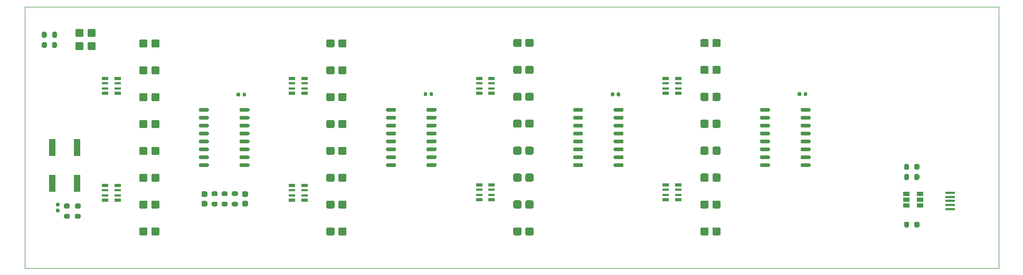
<source format=gbr>
%TF.GenerationSoftware,KiCad,Pcbnew,5.1.9-73d0e3b20d~88~ubuntu20.04.1*%
%TF.CreationDate,2021-03-03T11:26:58+04:00*%
%TF.ProjectId,interface_board,696e7465-7266-4616-9365-5f626f617264,rev?*%
%TF.SameCoordinates,Original*%
%TF.FileFunction,Paste,Top*%
%TF.FilePolarity,Positive*%
%FSLAX46Y46*%
G04 Gerber Fmt 4.6, Leading zero omitted, Abs format (unit mm)*
G04 Created by KiCad (PCBNEW 5.1.9-73d0e3b20d~88~ubuntu20.04.1) date 2021-03-03 11:26:58*
%MOMM*%
%LPD*%
G01*
G04 APERTURE LIST*
%TA.AperFunction,Profile*%
%ADD10C,0.050000*%
%TD*%
%TA.AperFunction,Profile*%
%ADD11C,0.100000*%
%TD*%
%ADD12R,1.500000X0.450000*%
%ADD13R,1.000000X0.500000*%
%ADD14R,1.000000X0.400000*%
%ADD15R,1.000000X2.750000*%
%ADD16R,1.060000X0.650000*%
G04 APERTURE END LIST*
D10*
X222900000Y-88100000D02*
X66700000Y-88100000D01*
D11*
X222900000Y-46100000D02*
X222900000Y-88100000D01*
X66700000Y-88100000D02*
X66700000Y-46100000D01*
X66700000Y-46100000D02*
X222900000Y-46100000D01*
%TO.C,D32*%
G36*
G01*
X177000000Y-82600000D02*
X177000000Y-81800000D01*
G75*
G02*
X177250000Y-81550000I250000J0D01*
G01*
X178075000Y-81550000D01*
G75*
G02*
X178325000Y-81800000I0J-250000D01*
G01*
X178325000Y-82600000D01*
G75*
G02*
X178075000Y-82850000I-250000J0D01*
G01*
X177250000Y-82850000D01*
G75*
G02*
X177000000Y-82600000I0J250000D01*
G01*
G37*
G36*
G01*
X175075000Y-82600000D02*
X175075000Y-81800000D01*
G75*
G02*
X175325000Y-81550000I250000J0D01*
G01*
X176150000Y-81550000D01*
G75*
G02*
X176400000Y-81800000I0J-250000D01*
G01*
X176400000Y-82600000D01*
G75*
G02*
X176150000Y-82850000I-250000J0D01*
G01*
X175325000Y-82850000D01*
G75*
G02*
X175075000Y-82600000I0J250000D01*
G01*
G37*
%TD*%
%TO.C,D31*%
G36*
G01*
X177000000Y-78274652D02*
X177000000Y-77474652D01*
G75*
G02*
X177250000Y-77224652I250000J0D01*
G01*
X178075000Y-77224652D01*
G75*
G02*
X178325000Y-77474652I0J-250000D01*
G01*
X178325000Y-78274652D01*
G75*
G02*
X178075000Y-78524652I-250000J0D01*
G01*
X177250000Y-78524652D01*
G75*
G02*
X177000000Y-78274652I0J250000D01*
G01*
G37*
G36*
G01*
X175075000Y-78274652D02*
X175075000Y-77474652D01*
G75*
G02*
X175325000Y-77224652I250000J0D01*
G01*
X176150000Y-77224652D01*
G75*
G02*
X176400000Y-77474652I0J-250000D01*
G01*
X176400000Y-78274652D01*
G75*
G02*
X176150000Y-78524652I-250000J0D01*
G01*
X175325000Y-78524652D01*
G75*
G02*
X175075000Y-78274652I0J250000D01*
G01*
G37*
%TD*%
%TO.C,D30*%
G36*
G01*
X177000000Y-73949306D02*
X177000000Y-73149306D01*
G75*
G02*
X177250000Y-72899306I250000J0D01*
G01*
X178075000Y-72899306D01*
G75*
G02*
X178325000Y-73149306I0J-250000D01*
G01*
X178325000Y-73949306D01*
G75*
G02*
X178075000Y-74199306I-250000J0D01*
G01*
X177250000Y-74199306D01*
G75*
G02*
X177000000Y-73949306I0J250000D01*
G01*
G37*
G36*
G01*
X175075000Y-73949306D02*
X175075000Y-73149306D01*
G75*
G02*
X175325000Y-72899306I250000J0D01*
G01*
X176150000Y-72899306D01*
G75*
G02*
X176400000Y-73149306I0J-250000D01*
G01*
X176400000Y-73949306D01*
G75*
G02*
X176150000Y-74199306I-250000J0D01*
G01*
X175325000Y-74199306D01*
G75*
G02*
X175075000Y-73949306I0J250000D01*
G01*
G37*
%TD*%
%TO.C,D29*%
G36*
G01*
X177000000Y-69623960D02*
X177000000Y-68823960D01*
G75*
G02*
X177250000Y-68573960I250000J0D01*
G01*
X178075000Y-68573960D01*
G75*
G02*
X178325000Y-68823960I0J-250000D01*
G01*
X178325000Y-69623960D01*
G75*
G02*
X178075000Y-69873960I-250000J0D01*
G01*
X177250000Y-69873960D01*
G75*
G02*
X177000000Y-69623960I0J250000D01*
G01*
G37*
G36*
G01*
X175075000Y-69623960D02*
X175075000Y-68823960D01*
G75*
G02*
X175325000Y-68573960I250000J0D01*
G01*
X176150000Y-68573960D01*
G75*
G02*
X176400000Y-68823960I0J-250000D01*
G01*
X176400000Y-69623960D01*
G75*
G02*
X176150000Y-69873960I-250000J0D01*
G01*
X175325000Y-69873960D01*
G75*
G02*
X175075000Y-69623960I0J250000D01*
G01*
G37*
%TD*%
%TO.C,D28*%
G36*
G01*
X177000000Y-65298614D02*
X177000000Y-64498614D01*
G75*
G02*
X177250000Y-64248614I250000J0D01*
G01*
X178075000Y-64248614D01*
G75*
G02*
X178325000Y-64498614I0J-250000D01*
G01*
X178325000Y-65298614D01*
G75*
G02*
X178075000Y-65548614I-250000J0D01*
G01*
X177250000Y-65548614D01*
G75*
G02*
X177000000Y-65298614I0J250000D01*
G01*
G37*
G36*
G01*
X175075000Y-65298614D02*
X175075000Y-64498614D01*
G75*
G02*
X175325000Y-64248614I250000J0D01*
G01*
X176150000Y-64248614D01*
G75*
G02*
X176400000Y-64498614I0J-250000D01*
G01*
X176400000Y-65298614D01*
G75*
G02*
X176150000Y-65548614I-250000J0D01*
G01*
X175325000Y-65548614D01*
G75*
G02*
X175075000Y-65298614I0J250000D01*
G01*
G37*
%TD*%
%TO.C,D27*%
G36*
G01*
X177000000Y-60973268D02*
X177000000Y-60173268D01*
G75*
G02*
X177250000Y-59923268I250000J0D01*
G01*
X178075000Y-59923268D01*
G75*
G02*
X178325000Y-60173268I0J-250000D01*
G01*
X178325000Y-60973268D01*
G75*
G02*
X178075000Y-61223268I-250000J0D01*
G01*
X177250000Y-61223268D01*
G75*
G02*
X177000000Y-60973268I0J250000D01*
G01*
G37*
G36*
G01*
X175075000Y-60973268D02*
X175075000Y-60173268D01*
G75*
G02*
X175325000Y-59923268I250000J0D01*
G01*
X176150000Y-59923268D01*
G75*
G02*
X176400000Y-60173268I0J-250000D01*
G01*
X176400000Y-60973268D01*
G75*
G02*
X176150000Y-61223268I-250000J0D01*
G01*
X175325000Y-61223268D01*
G75*
G02*
X175075000Y-60973268I0J250000D01*
G01*
G37*
%TD*%
%TO.C,D26*%
G36*
G01*
X177000000Y-56647922D02*
X177000000Y-55847922D01*
G75*
G02*
X177250000Y-55597922I250000J0D01*
G01*
X178075000Y-55597922D01*
G75*
G02*
X178325000Y-55847922I0J-250000D01*
G01*
X178325000Y-56647922D01*
G75*
G02*
X178075000Y-56897922I-250000J0D01*
G01*
X177250000Y-56897922D01*
G75*
G02*
X177000000Y-56647922I0J250000D01*
G01*
G37*
G36*
G01*
X175075000Y-56647922D02*
X175075000Y-55847922D01*
G75*
G02*
X175325000Y-55597922I250000J0D01*
G01*
X176150000Y-55597922D01*
G75*
G02*
X176400000Y-55847922I0J-250000D01*
G01*
X176400000Y-56647922D01*
G75*
G02*
X176150000Y-56897922I-250000J0D01*
G01*
X175325000Y-56897922D01*
G75*
G02*
X175075000Y-56647922I0J250000D01*
G01*
G37*
%TD*%
%TO.C,D25*%
G36*
G01*
X177000000Y-52322576D02*
X177000000Y-51522576D01*
G75*
G02*
X177250000Y-51272576I250000J0D01*
G01*
X178075000Y-51272576D01*
G75*
G02*
X178325000Y-51522576I0J-250000D01*
G01*
X178325000Y-52322576D01*
G75*
G02*
X178075000Y-52572576I-250000J0D01*
G01*
X177250000Y-52572576D01*
G75*
G02*
X177000000Y-52322576I0J250000D01*
G01*
G37*
G36*
G01*
X175075000Y-52322576D02*
X175075000Y-51522576D01*
G75*
G02*
X175325000Y-51272576I250000J0D01*
G01*
X176150000Y-51272576D01*
G75*
G02*
X176400000Y-51522576I0J-250000D01*
G01*
X176400000Y-52322576D01*
G75*
G02*
X176150000Y-52572576I-250000J0D01*
G01*
X175325000Y-52572576D01*
G75*
G02*
X175075000Y-52322576I0J250000D01*
G01*
G37*
%TD*%
%TO.C,D24*%
G36*
G01*
X147000000Y-82600000D02*
X147000000Y-81800000D01*
G75*
G02*
X147250000Y-81550000I250000J0D01*
G01*
X148075000Y-81550000D01*
G75*
G02*
X148325000Y-81800000I0J-250000D01*
G01*
X148325000Y-82600000D01*
G75*
G02*
X148075000Y-82850000I-250000J0D01*
G01*
X147250000Y-82850000D01*
G75*
G02*
X147000000Y-82600000I0J250000D01*
G01*
G37*
G36*
G01*
X145075000Y-82600000D02*
X145075000Y-81800000D01*
G75*
G02*
X145325000Y-81550000I250000J0D01*
G01*
X146150000Y-81550000D01*
G75*
G02*
X146400000Y-81800000I0J-250000D01*
G01*
X146400000Y-82600000D01*
G75*
G02*
X146150000Y-82850000I-250000J0D01*
G01*
X145325000Y-82850000D01*
G75*
G02*
X145075000Y-82600000I0J250000D01*
G01*
G37*
%TD*%
%TO.C,D23*%
G36*
G01*
X147000000Y-78271426D02*
X147000000Y-77471426D01*
G75*
G02*
X147250000Y-77221426I250000J0D01*
G01*
X148075000Y-77221426D01*
G75*
G02*
X148325000Y-77471426I0J-250000D01*
G01*
X148325000Y-78271426D01*
G75*
G02*
X148075000Y-78521426I-250000J0D01*
G01*
X147250000Y-78521426D01*
G75*
G02*
X147000000Y-78271426I0J250000D01*
G01*
G37*
G36*
G01*
X145075000Y-78271426D02*
X145075000Y-77471426D01*
G75*
G02*
X145325000Y-77221426I250000J0D01*
G01*
X146150000Y-77221426D01*
G75*
G02*
X146400000Y-77471426I0J-250000D01*
G01*
X146400000Y-78271426D01*
G75*
G02*
X146150000Y-78521426I-250000J0D01*
G01*
X145325000Y-78521426D01*
G75*
G02*
X145075000Y-78271426I0J250000D01*
G01*
G37*
%TD*%
%TO.C,D22*%
G36*
G01*
X147000000Y-73942855D02*
X147000000Y-73142855D01*
G75*
G02*
X147250000Y-72892855I250000J0D01*
G01*
X148075000Y-72892855D01*
G75*
G02*
X148325000Y-73142855I0J-250000D01*
G01*
X148325000Y-73942855D01*
G75*
G02*
X148075000Y-74192855I-250000J0D01*
G01*
X147250000Y-74192855D01*
G75*
G02*
X147000000Y-73942855I0J250000D01*
G01*
G37*
G36*
G01*
X145075000Y-73942855D02*
X145075000Y-73142855D01*
G75*
G02*
X145325000Y-72892855I250000J0D01*
G01*
X146150000Y-72892855D01*
G75*
G02*
X146400000Y-73142855I0J-250000D01*
G01*
X146400000Y-73942855D01*
G75*
G02*
X146150000Y-74192855I-250000J0D01*
G01*
X145325000Y-74192855D01*
G75*
G02*
X145075000Y-73942855I0J250000D01*
G01*
G37*
%TD*%
%TO.C,D21*%
G36*
G01*
X147000000Y-69614284D02*
X147000000Y-68814284D01*
G75*
G02*
X147250000Y-68564284I250000J0D01*
G01*
X148075000Y-68564284D01*
G75*
G02*
X148325000Y-68814284I0J-250000D01*
G01*
X148325000Y-69614284D01*
G75*
G02*
X148075000Y-69864284I-250000J0D01*
G01*
X147250000Y-69864284D01*
G75*
G02*
X147000000Y-69614284I0J250000D01*
G01*
G37*
G36*
G01*
X145075000Y-69614284D02*
X145075000Y-68814284D01*
G75*
G02*
X145325000Y-68564284I250000J0D01*
G01*
X146150000Y-68564284D01*
G75*
G02*
X146400000Y-68814284I0J-250000D01*
G01*
X146400000Y-69614284D01*
G75*
G02*
X146150000Y-69864284I-250000J0D01*
G01*
X145325000Y-69864284D01*
G75*
G02*
X145075000Y-69614284I0J250000D01*
G01*
G37*
%TD*%
%TO.C,D20*%
G36*
G01*
X147000000Y-65285713D02*
X147000000Y-64485713D01*
G75*
G02*
X147250000Y-64235713I250000J0D01*
G01*
X148075000Y-64235713D01*
G75*
G02*
X148325000Y-64485713I0J-250000D01*
G01*
X148325000Y-65285713D01*
G75*
G02*
X148075000Y-65535713I-250000J0D01*
G01*
X147250000Y-65535713D01*
G75*
G02*
X147000000Y-65285713I0J250000D01*
G01*
G37*
G36*
G01*
X145075000Y-65285713D02*
X145075000Y-64485713D01*
G75*
G02*
X145325000Y-64235713I250000J0D01*
G01*
X146150000Y-64235713D01*
G75*
G02*
X146400000Y-64485713I0J-250000D01*
G01*
X146400000Y-65285713D01*
G75*
G02*
X146150000Y-65535713I-250000J0D01*
G01*
X145325000Y-65535713D01*
G75*
G02*
X145075000Y-65285713I0J250000D01*
G01*
G37*
%TD*%
%TO.C,D19*%
G36*
G01*
X147000000Y-60957142D02*
X147000000Y-60157142D01*
G75*
G02*
X147250000Y-59907142I250000J0D01*
G01*
X148075000Y-59907142D01*
G75*
G02*
X148325000Y-60157142I0J-250000D01*
G01*
X148325000Y-60957142D01*
G75*
G02*
X148075000Y-61207142I-250000J0D01*
G01*
X147250000Y-61207142D01*
G75*
G02*
X147000000Y-60957142I0J250000D01*
G01*
G37*
G36*
G01*
X145075000Y-60957142D02*
X145075000Y-60157142D01*
G75*
G02*
X145325000Y-59907142I250000J0D01*
G01*
X146150000Y-59907142D01*
G75*
G02*
X146400000Y-60157142I0J-250000D01*
G01*
X146400000Y-60957142D01*
G75*
G02*
X146150000Y-61207142I-250000J0D01*
G01*
X145325000Y-61207142D01*
G75*
G02*
X145075000Y-60957142I0J250000D01*
G01*
G37*
%TD*%
%TO.C,D18*%
G36*
G01*
X147000000Y-56628571D02*
X147000000Y-55828571D01*
G75*
G02*
X147250000Y-55578571I250000J0D01*
G01*
X148075000Y-55578571D01*
G75*
G02*
X148325000Y-55828571I0J-250000D01*
G01*
X148325000Y-56628571D01*
G75*
G02*
X148075000Y-56878571I-250000J0D01*
G01*
X147250000Y-56878571D01*
G75*
G02*
X147000000Y-56628571I0J250000D01*
G01*
G37*
G36*
G01*
X145075000Y-56628571D02*
X145075000Y-55828571D01*
G75*
G02*
X145325000Y-55578571I250000J0D01*
G01*
X146150000Y-55578571D01*
G75*
G02*
X146400000Y-55828571I0J-250000D01*
G01*
X146400000Y-56628571D01*
G75*
G02*
X146150000Y-56878571I-250000J0D01*
G01*
X145325000Y-56878571D01*
G75*
G02*
X145075000Y-56628571I0J250000D01*
G01*
G37*
%TD*%
%TO.C,D17*%
G36*
G01*
X147000000Y-52300000D02*
X147000000Y-51500000D01*
G75*
G02*
X147250000Y-51250000I250000J0D01*
G01*
X148075000Y-51250000D01*
G75*
G02*
X148325000Y-51500000I0J-250000D01*
G01*
X148325000Y-52300000D01*
G75*
G02*
X148075000Y-52550000I-250000J0D01*
G01*
X147250000Y-52550000D01*
G75*
G02*
X147000000Y-52300000I0J250000D01*
G01*
G37*
G36*
G01*
X145075000Y-52300000D02*
X145075000Y-51500000D01*
G75*
G02*
X145325000Y-51250000I250000J0D01*
G01*
X146150000Y-51250000D01*
G75*
G02*
X146400000Y-51500000I0J-250000D01*
G01*
X146400000Y-52300000D01*
G75*
G02*
X146150000Y-52550000I-250000J0D01*
G01*
X145325000Y-52550000D01*
G75*
G02*
X145075000Y-52300000I0J250000D01*
G01*
G37*
%TD*%
%TO.C,D16*%
G36*
G01*
X117000000Y-82600000D02*
X117000000Y-81800000D01*
G75*
G02*
X117250000Y-81550000I250000J0D01*
G01*
X118075000Y-81550000D01*
G75*
G02*
X118325000Y-81800000I0J-250000D01*
G01*
X118325000Y-82600000D01*
G75*
G02*
X118075000Y-82850000I-250000J0D01*
G01*
X117250000Y-82850000D01*
G75*
G02*
X117000000Y-82600000I0J250000D01*
G01*
G37*
G36*
G01*
X115075000Y-82600000D02*
X115075000Y-81800000D01*
G75*
G02*
X115325000Y-81550000I250000J0D01*
G01*
X116150000Y-81550000D01*
G75*
G02*
X116400000Y-81800000I0J-250000D01*
G01*
X116400000Y-82600000D01*
G75*
G02*
X116150000Y-82850000I-250000J0D01*
G01*
X115325000Y-82850000D01*
G75*
G02*
X115075000Y-82600000I0J250000D01*
G01*
G37*
%TD*%
%TO.C,D15*%
G36*
G01*
X117000000Y-78282024D02*
X117000000Y-77482024D01*
G75*
G02*
X117250000Y-77232024I250000J0D01*
G01*
X118075000Y-77232024D01*
G75*
G02*
X118325000Y-77482024I0J-250000D01*
G01*
X118325000Y-78282024D01*
G75*
G02*
X118075000Y-78532024I-250000J0D01*
G01*
X117250000Y-78532024D01*
G75*
G02*
X117000000Y-78282024I0J250000D01*
G01*
G37*
G36*
G01*
X115075000Y-78282024D02*
X115075000Y-77482024D01*
G75*
G02*
X115325000Y-77232024I250000J0D01*
G01*
X116150000Y-77232024D01*
G75*
G02*
X116400000Y-77482024I0J-250000D01*
G01*
X116400000Y-78282024D01*
G75*
G02*
X116150000Y-78532024I-250000J0D01*
G01*
X115325000Y-78532024D01*
G75*
G02*
X115075000Y-78282024I0J250000D01*
G01*
G37*
%TD*%
%TO.C,D14*%
G36*
G01*
X117000000Y-73964052D02*
X117000000Y-73164052D01*
G75*
G02*
X117250000Y-72914052I250000J0D01*
G01*
X118075000Y-72914052D01*
G75*
G02*
X118325000Y-73164052I0J-250000D01*
G01*
X118325000Y-73964052D01*
G75*
G02*
X118075000Y-74214052I-250000J0D01*
G01*
X117250000Y-74214052D01*
G75*
G02*
X117000000Y-73964052I0J250000D01*
G01*
G37*
G36*
G01*
X115075000Y-73964052D02*
X115075000Y-73164052D01*
G75*
G02*
X115325000Y-72914052I250000J0D01*
G01*
X116150000Y-72914052D01*
G75*
G02*
X116400000Y-73164052I0J-250000D01*
G01*
X116400000Y-73964052D01*
G75*
G02*
X116150000Y-74214052I-250000J0D01*
G01*
X115325000Y-74214052D01*
G75*
G02*
X115075000Y-73964052I0J250000D01*
G01*
G37*
%TD*%
%TO.C,D13*%
G36*
G01*
X117000000Y-69646080D02*
X117000000Y-68846080D01*
G75*
G02*
X117250000Y-68596080I250000J0D01*
G01*
X118075000Y-68596080D01*
G75*
G02*
X118325000Y-68846080I0J-250000D01*
G01*
X118325000Y-69646080D01*
G75*
G02*
X118075000Y-69896080I-250000J0D01*
G01*
X117250000Y-69896080D01*
G75*
G02*
X117000000Y-69646080I0J250000D01*
G01*
G37*
G36*
G01*
X115075000Y-69646080D02*
X115075000Y-68846080D01*
G75*
G02*
X115325000Y-68596080I250000J0D01*
G01*
X116150000Y-68596080D01*
G75*
G02*
X116400000Y-68846080I0J-250000D01*
G01*
X116400000Y-69646080D01*
G75*
G02*
X116150000Y-69896080I-250000J0D01*
G01*
X115325000Y-69896080D01*
G75*
G02*
X115075000Y-69646080I0J250000D01*
G01*
G37*
%TD*%
%TO.C,D12*%
G36*
G01*
X117000000Y-65328108D02*
X117000000Y-64528108D01*
G75*
G02*
X117250000Y-64278108I250000J0D01*
G01*
X118075000Y-64278108D01*
G75*
G02*
X118325000Y-64528108I0J-250000D01*
G01*
X118325000Y-65328108D01*
G75*
G02*
X118075000Y-65578108I-250000J0D01*
G01*
X117250000Y-65578108D01*
G75*
G02*
X117000000Y-65328108I0J250000D01*
G01*
G37*
G36*
G01*
X115075000Y-65328108D02*
X115075000Y-64528108D01*
G75*
G02*
X115325000Y-64278108I250000J0D01*
G01*
X116150000Y-64278108D01*
G75*
G02*
X116400000Y-64528108I0J-250000D01*
G01*
X116400000Y-65328108D01*
G75*
G02*
X116150000Y-65578108I-250000J0D01*
G01*
X115325000Y-65578108D01*
G75*
G02*
X115075000Y-65328108I0J250000D01*
G01*
G37*
%TD*%
%TO.C,D11*%
G36*
G01*
X117000000Y-61010136D02*
X117000000Y-60210136D01*
G75*
G02*
X117250000Y-59960136I250000J0D01*
G01*
X118075000Y-59960136D01*
G75*
G02*
X118325000Y-60210136I0J-250000D01*
G01*
X118325000Y-61010136D01*
G75*
G02*
X118075000Y-61260136I-250000J0D01*
G01*
X117250000Y-61260136D01*
G75*
G02*
X117000000Y-61010136I0J250000D01*
G01*
G37*
G36*
G01*
X115075000Y-61010136D02*
X115075000Y-60210136D01*
G75*
G02*
X115325000Y-59960136I250000J0D01*
G01*
X116150000Y-59960136D01*
G75*
G02*
X116400000Y-60210136I0J-250000D01*
G01*
X116400000Y-61010136D01*
G75*
G02*
X116150000Y-61260136I-250000J0D01*
G01*
X115325000Y-61260136D01*
G75*
G02*
X115075000Y-61010136I0J250000D01*
G01*
G37*
%TD*%
%TO.C,D10*%
G36*
G01*
X117000000Y-56692164D02*
X117000000Y-55892164D01*
G75*
G02*
X117250000Y-55642164I250000J0D01*
G01*
X118075000Y-55642164D01*
G75*
G02*
X118325000Y-55892164I0J-250000D01*
G01*
X118325000Y-56692164D01*
G75*
G02*
X118075000Y-56942164I-250000J0D01*
G01*
X117250000Y-56942164D01*
G75*
G02*
X117000000Y-56692164I0J250000D01*
G01*
G37*
G36*
G01*
X115075000Y-56692164D02*
X115075000Y-55892164D01*
G75*
G02*
X115325000Y-55642164I250000J0D01*
G01*
X116150000Y-55642164D01*
G75*
G02*
X116400000Y-55892164I0J-250000D01*
G01*
X116400000Y-56692164D01*
G75*
G02*
X116150000Y-56942164I-250000J0D01*
G01*
X115325000Y-56942164D01*
G75*
G02*
X115075000Y-56692164I0J250000D01*
G01*
G37*
%TD*%
%TO.C,D9*%
G36*
G01*
X117000000Y-52374192D02*
X117000000Y-51574192D01*
G75*
G02*
X117250000Y-51324192I250000J0D01*
G01*
X118075000Y-51324192D01*
G75*
G02*
X118325000Y-51574192I0J-250000D01*
G01*
X118325000Y-52374192D01*
G75*
G02*
X118075000Y-52624192I-250000J0D01*
G01*
X117250000Y-52624192D01*
G75*
G02*
X117000000Y-52374192I0J250000D01*
G01*
G37*
G36*
G01*
X115075000Y-52374192D02*
X115075000Y-51574192D01*
G75*
G02*
X115325000Y-51324192I250000J0D01*
G01*
X116150000Y-51324192D01*
G75*
G02*
X116400000Y-51574192I0J-250000D01*
G01*
X116400000Y-52374192D01*
G75*
G02*
X116150000Y-52624192I-250000J0D01*
G01*
X115325000Y-52624192D01*
G75*
G02*
X115075000Y-52374192I0J250000D01*
G01*
G37*
%TD*%
%TO.C,D8*%
G36*
G01*
X87000000Y-82600000D02*
X87000000Y-81800000D01*
G75*
G02*
X87250000Y-81550000I250000J0D01*
G01*
X88075000Y-81550000D01*
G75*
G02*
X88325000Y-81800000I0J-250000D01*
G01*
X88325000Y-82600000D01*
G75*
G02*
X88075000Y-82850000I-250000J0D01*
G01*
X87250000Y-82850000D01*
G75*
G02*
X87000000Y-82600000I0J250000D01*
G01*
G37*
G36*
G01*
X85075000Y-82600000D02*
X85075000Y-81800000D01*
G75*
G02*
X85325000Y-81550000I250000J0D01*
G01*
X86150000Y-81550000D01*
G75*
G02*
X86400000Y-81800000I0J-250000D01*
G01*
X86400000Y-82600000D01*
G75*
G02*
X86150000Y-82850000I-250000J0D01*
G01*
X85325000Y-82850000D01*
G75*
G02*
X85075000Y-82600000I0J250000D01*
G01*
G37*
%TD*%
%TO.C,D7*%
G36*
G01*
X87000000Y-78285710D02*
X87000000Y-77485710D01*
G75*
G02*
X87250000Y-77235710I250000J0D01*
G01*
X88075000Y-77235710D01*
G75*
G02*
X88325000Y-77485710I0J-250000D01*
G01*
X88325000Y-78285710D01*
G75*
G02*
X88075000Y-78535710I-250000J0D01*
G01*
X87250000Y-78535710D01*
G75*
G02*
X87000000Y-78285710I0J250000D01*
G01*
G37*
G36*
G01*
X85075000Y-78285710D02*
X85075000Y-77485710D01*
G75*
G02*
X85325000Y-77235710I250000J0D01*
G01*
X86150000Y-77235710D01*
G75*
G02*
X86400000Y-77485710I0J-250000D01*
G01*
X86400000Y-78285710D01*
G75*
G02*
X86150000Y-78535710I-250000J0D01*
G01*
X85325000Y-78535710D01*
G75*
G02*
X85075000Y-78285710I0J250000D01*
G01*
G37*
%TD*%
%TO.C,D6*%
G36*
G01*
X87000000Y-73971425D02*
X87000000Y-73171425D01*
G75*
G02*
X87250000Y-72921425I250000J0D01*
G01*
X88075000Y-72921425D01*
G75*
G02*
X88325000Y-73171425I0J-250000D01*
G01*
X88325000Y-73971425D01*
G75*
G02*
X88075000Y-74221425I-250000J0D01*
G01*
X87250000Y-74221425D01*
G75*
G02*
X87000000Y-73971425I0J250000D01*
G01*
G37*
G36*
G01*
X85075000Y-73971425D02*
X85075000Y-73171425D01*
G75*
G02*
X85325000Y-72921425I250000J0D01*
G01*
X86150000Y-72921425D01*
G75*
G02*
X86400000Y-73171425I0J-250000D01*
G01*
X86400000Y-73971425D01*
G75*
G02*
X86150000Y-74221425I-250000J0D01*
G01*
X85325000Y-74221425D01*
G75*
G02*
X85075000Y-73971425I0J250000D01*
G01*
G37*
%TD*%
%TO.C,D5*%
G36*
G01*
X87000000Y-69657140D02*
X87000000Y-68857140D01*
G75*
G02*
X87250000Y-68607140I250000J0D01*
G01*
X88075000Y-68607140D01*
G75*
G02*
X88325000Y-68857140I0J-250000D01*
G01*
X88325000Y-69657140D01*
G75*
G02*
X88075000Y-69907140I-250000J0D01*
G01*
X87250000Y-69907140D01*
G75*
G02*
X87000000Y-69657140I0J250000D01*
G01*
G37*
G36*
G01*
X85075000Y-69657140D02*
X85075000Y-68857140D01*
G75*
G02*
X85325000Y-68607140I250000J0D01*
G01*
X86150000Y-68607140D01*
G75*
G02*
X86400000Y-68857140I0J-250000D01*
G01*
X86400000Y-69657140D01*
G75*
G02*
X86150000Y-69907140I-250000J0D01*
G01*
X85325000Y-69907140D01*
G75*
G02*
X85075000Y-69657140I0J250000D01*
G01*
G37*
%TD*%
%TO.C,D4*%
G36*
G01*
X87000000Y-65342855D02*
X87000000Y-64542855D01*
G75*
G02*
X87250000Y-64292855I250000J0D01*
G01*
X88075000Y-64292855D01*
G75*
G02*
X88325000Y-64542855I0J-250000D01*
G01*
X88325000Y-65342855D01*
G75*
G02*
X88075000Y-65592855I-250000J0D01*
G01*
X87250000Y-65592855D01*
G75*
G02*
X87000000Y-65342855I0J250000D01*
G01*
G37*
G36*
G01*
X85075000Y-65342855D02*
X85075000Y-64542855D01*
G75*
G02*
X85325000Y-64292855I250000J0D01*
G01*
X86150000Y-64292855D01*
G75*
G02*
X86400000Y-64542855I0J-250000D01*
G01*
X86400000Y-65342855D01*
G75*
G02*
X86150000Y-65592855I-250000J0D01*
G01*
X85325000Y-65592855D01*
G75*
G02*
X85075000Y-65342855I0J250000D01*
G01*
G37*
%TD*%
%TO.C,D3*%
G36*
G01*
X87000000Y-61028570D02*
X87000000Y-60228570D01*
G75*
G02*
X87250000Y-59978570I250000J0D01*
G01*
X88075000Y-59978570D01*
G75*
G02*
X88325000Y-60228570I0J-250000D01*
G01*
X88325000Y-61028570D01*
G75*
G02*
X88075000Y-61278570I-250000J0D01*
G01*
X87250000Y-61278570D01*
G75*
G02*
X87000000Y-61028570I0J250000D01*
G01*
G37*
G36*
G01*
X85075000Y-61028570D02*
X85075000Y-60228570D01*
G75*
G02*
X85325000Y-59978570I250000J0D01*
G01*
X86150000Y-59978570D01*
G75*
G02*
X86400000Y-60228570I0J-250000D01*
G01*
X86400000Y-61028570D01*
G75*
G02*
X86150000Y-61278570I-250000J0D01*
G01*
X85325000Y-61278570D01*
G75*
G02*
X85075000Y-61028570I0J250000D01*
G01*
G37*
%TD*%
%TO.C,D2*%
G36*
G01*
X87000000Y-56714285D02*
X87000000Y-55914285D01*
G75*
G02*
X87250000Y-55664285I250000J0D01*
G01*
X88075000Y-55664285D01*
G75*
G02*
X88325000Y-55914285I0J-250000D01*
G01*
X88325000Y-56714285D01*
G75*
G02*
X88075000Y-56964285I-250000J0D01*
G01*
X87250000Y-56964285D01*
G75*
G02*
X87000000Y-56714285I0J250000D01*
G01*
G37*
G36*
G01*
X85075000Y-56714285D02*
X85075000Y-55914285D01*
G75*
G02*
X85325000Y-55664285I250000J0D01*
G01*
X86150000Y-55664285D01*
G75*
G02*
X86400000Y-55914285I0J-250000D01*
G01*
X86400000Y-56714285D01*
G75*
G02*
X86150000Y-56964285I-250000J0D01*
G01*
X85325000Y-56964285D01*
G75*
G02*
X85075000Y-56714285I0J250000D01*
G01*
G37*
%TD*%
%TO.C,D1*%
G36*
G01*
X87000000Y-52400000D02*
X87000000Y-51600000D01*
G75*
G02*
X87250000Y-51350000I250000J0D01*
G01*
X88075000Y-51350000D01*
G75*
G02*
X88325000Y-51600000I0J-250000D01*
G01*
X88325000Y-52400000D01*
G75*
G02*
X88075000Y-52650000I-250000J0D01*
G01*
X87250000Y-52650000D01*
G75*
G02*
X87000000Y-52400000I0J250000D01*
G01*
G37*
G36*
G01*
X85075000Y-52400000D02*
X85075000Y-51600000D01*
G75*
G02*
X85325000Y-51350000I250000J0D01*
G01*
X86150000Y-51350000D01*
G75*
G02*
X86400000Y-51600000I0J-250000D01*
G01*
X86400000Y-52400000D01*
G75*
G02*
X86150000Y-52650000I-250000J0D01*
G01*
X85325000Y-52650000D01*
G75*
G02*
X85075000Y-52400000I0J250000D01*
G01*
G37*
%TD*%
%TO.C,D34*%
G36*
G01*
X76160000Y-52020000D02*
X76160000Y-52820000D01*
G75*
G02*
X75910000Y-53070000I-250000J0D01*
G01*
X75085000Y-53070000D01*
G75*
G02*
X74835000Y-52820000I0J250000D01*
G01*
X74835000Y-52020000D01*
G75*
G02*
X75085000Y-51770000I250000J0D01*
G01*
X75910000Y-51770000D01*
G75*
G02*
X76160000Y-52020000I0J-250000D01*
G01*
G37*
G36*
G01*
X78085000Y-52020000D02*
X78085000Y-52820000D01*
G75*
G02*
X77835000Y-53070000I-250000J0D01*
G01*
X77010000Y-53070000D01*
G75*
G02*
X76760000Y-52820000I0J250000D01*
G01*
X76760000Y-52020000D01*
G75*
G02*
X77010000Y-51770000I250000J0D01*
G01*
X77835000Y-51770000D01*
G75*
G02*
X78085000Y-52020000I0J-250000D01*
G01*
G37*
%TD*%
%TO.C,D33*%
G36*
G01*
X76160000Y-49910000D02*
X76160000Y-50710000D01*
G75*
G02*
X75910000Y-50960000I-250000J0D01*
G01*
X75085000Y-50960000D01*
G75*
G02*
X74835000Y-50710000I0J250000D01*
G01*
X74835000Y-49910000D01*
G75*
G02*
X75085000Y-49660000I250000J0D01*
G01*
X75910000Y-49660000D01*
G75*
G02*
X76160000Y-49910000I0J-250000D01*
G01*
G37*
G36*
G01*
X78085000Y-49910000D02*
X78085000Y-50710000D01*
G75*
G02*
X77835000Y-50960000I-250000J0D01*
G01*
X77010000Y-50960000D01*
G75*
G02*
X76760000Y-50710000I0J250000D01*
G01*
X76760000Y-49910000D01*
G75*
G02*
X77010000Y-49660000I250000J0D01*
G01*
X77835000Y-49660000D01*
G75*
G02*
X78085000Y-49910000I0J-250000D01*
G01*
G37*
%TD*%
%TO.C,R5*%
G36*
G01*
X71085000Y-50875000D02*
X71085000Y-50325000D01*
G75*
G02*
X71285000Y-50125000I200000J0D01*
G01*
X71685000Y-50125000D01*
G75*
G02*
X71885000Y-50325000I0J-200000D01*
G01*
X71885000Y-50875000D01*
G75*
G02*
X71685000Y-51075000I-200000J0D01*
G01*
X71285000Y-51075000D01*
G75*
G02*
X71085000Y-50875000I0J200000D01*
G01*
G37*
G36*
G01*
X69435000Y-50875000D02*
X69435000Y-50325000D01*
G75*
G02*
X69635000Y-50125000I200000J0D01*
G01*
X70035000Y-50125000D01*
G75*
G02*
X70235000Y-50325000I0J-200000D01*
G01*
X70235000Y-50875000D01*
G75*
G02*
X70035000Y-51075000I-200000J0D01*
G01*
X69635000Y-51075000D01*
G75*
G02*
X69435000Y-50875000I0J200000D01*
G01*
G37*
%TD*%
%TO.C,U4*%
G36*
G01*
X191150000Y-62792500D02*
X191150000Y-62517500D01*
G75*
G02*
X191287500Y-62380000I137500J0D01*
G01*
X192612500Y-62380000D01*
G75*
G02*
X192750000Y-62517500I0J-137500D01*
G01*
X192750000Y-62792500D01*
G75*
G02*
X192612500Y-62930000I-137500J0D01*
G01*
X191287500Y-62930000D01*
G75*
G02*
X191150000Y-62792500I0J137500D01*
G01*
G37*
G36*
G01*
X191150000Y-64062500D02*
X191150000Y-63787500D01*
G75*
G02*
X191287500Y-63650000I137500J0D01*
G01*
X192612500Y-63650000D01*
G75*
G02*
X192750000Y-63787500I0J-137500D01*
G01*
X192750000Y-64062500D01*
G75*
G02*
X192612500Y-64200000I-137500J0D01*
G01*
X191287500Y-64200000D01*
G75*
G02*
X191150000Y-64062500I0J137500D01*
G01*
G37*
G36*
G01*
X191150000Y-65332500D02*
X191150000Y-65057500D01*
G75*
G02*
X191287500Y-64920000I137500J0D01*
G01*
X192612500Y-64920000D01*
G75*
G02*
X192750000Y-65057500I0J-137500D01*
G01*
X192750000Y-65332500D01*
G75*
G02*
X192612500Y-65470000I-137500J0D01*
G01*
X191287500Y-65470000D01*
G75*
G02*
X191150000Y-65332500I0J137500D01*
G01*
G37*
G36*
G01*
X191150000Y-66602500D02*
X191150000Y-66327500D01*
G75*
G02*
X191287500Y-66190000I137500J0D01*
G01*
X192612500Y-66190000D01*
G75*
G02*
X192750000Y-66327500I0J-137500D01*
G01*
X192750000Y-66602500D01*
G75*
G02*
X192612500Y-66740000I-137500J0D01*
G01*
X191287500Y-66740000D01*
G75*
G02*
X191150000Y-66602500I0J137500D01*
G01*
G37*
G36*
G01*
X191150000Y-67872500D02*
X191150000Y-67597500D01*
G75*
G02*
X191287500Y-67460000I137500J0D01*
G01*
X192612500Y-67460000D01*
G75*
G02*
X192750000Y-67597500I0J-137500D01*
G01*
X192750000Y-67872500D01*
G75*
G02*
X192612500Y-68010000I-137500J0D01*
G01*
X191287500Y-68010000D01*
G75*
G02*
X191150000Y-67872500I0J137500D01*
G01*
G37*
G36*
G01*
X191150000Y-69142500D02*
X191150000Y-68867500D01*
G75*
G02*
X191287500Y-68730000I137500J0D01*
G01*
X192612500Y-68730000D01*
G75*
G02*
X192750000Y-68867500I0J-137500D01*
G01*
X192750000Y-69142500D01*
G75*
G02*
X192612500Y-69280000I-137500J0D01*
G01*
X191287500Y-69280000D01*
G75*
G02*
X191150000Y-69142500I0J137500D01*
G01*
G37*
G36*
G01*
X191150000Y-70412500D02*
X191150000Y-70137500D01*
G75*
G02*
X191287500Y-70000000I137500J0D01*
G01*
X192612500Y-70000000D01*
G75*
G02*
X192750000Y-70137500I0J-137500D01*
G01*
X192750000Y-70412500D01*
G75*
G02*
X192612500Y-70550000I-137500J0D01*
G01*
X191287500Y-70550000D01*
G75*
G02*
X191150000Y-70412500I0J137500D01*
G01*
G37*
G36*
G01*
X191150000Y-71682500D02*
X191150000Y-71407500D01*
G75*
G02*
X191287500Y-71270000I137500J0D01*
G01*
X192612500Y-71270000D01*
G75*
G02*
X192750000Y-71407500I0J-137500D01*
G01*
X192750000Y-71682500D01*
G75*
G02*
X192612500Y-71820000I-137500J0D01*
G01*
X191287500Y-71820000D01*
G75*
G02*
X191150000Y-71682500I0J137500D01*
G01*
G37*
G36*
G01*
X184650000Y-71682500D02*
X184650000Y-71407500D01*
G75*
G02*
X184787500Y-71270000I137500J0D01*
G01*
X186112500Y-71270000D01*
G75*
G02*
X186250000Y-71407500I0J-137500D01*
G01*
X186250000Y-71682500D01*
G75*
G02*
X186112500Y-71820000I-137500J0D01*
G01*
X184787500Y-71820000D01*
G75*
G02*
X184650000Y-71682500I0J137500D01*
G01*
G37*
G36*
G01*
X184650000Y-70412500D02*
X184650000Y-70137500D01*
G75*
G02*
X184787500Y-70000000I137500J0D01*
G01*
X186112500Y-70000000D01*
G75*
G02*
X186250000Y-70137500I0J-137500D01*
G01*
X186250000Y-70412500D01*
G75*
G02*
X186112500Y-70550000I-137500J0D01*
G01*
X184787500Y-70550000D01*
G75*
G02*
X184650000Y-70412500I0J137500D01*
G01*
G37*
G36*
G01*
X184650000Y-69142500D02*
X184650000Y-68867500D01*
G75*
G02*
X184787500Y-68730000I137500J0D01*
G01*
X186112500Y-68730000D01*
G75*
G02*
X186250000Y-68867500I0J-137500D01*
G01*
X186250000Y-69142500D01*
G75*
G02*
X186112500Y-69280000I-137500J0D01*
G01*
X184787500Y-69280000D01*
G75*
G02*
X184650000Y-69142500I0J137500D01*
G01*
G37*
G36*
G01*
X184650000Y-67872500D02*
X184650000Y-67597500D01*
G75*
G02*
X184787500Y-67460000I137500J0D01*
G01*
X186112500Y-67460000D01*
G75*
G02*
X186250000Y-67597500I0J-137500D01*
G01*
X186250000Y-67872500D01*
G75*
G02*
X186112500Y-68010000I-137500J0D01*
G01*
X184787500Y-68010000D01*
G75*
G02*
X184650000Y-67872500I0J137500D01*
G01*
G37*
G36*
G01*
X184650000Y-66602500D02*
X184650000Y-66327500D01*
G75*
G02*
X184787500Y-66190000I137500J0D01*
G01*
X186112500Y-66190000D01*
G75*
G02*
X186250000Y-66327500I0J-137500D01*
G01*
X186250000Y-66602500D01*
G75*
G02*
X186112500Y-66740000I-137500J0D01*
G01*
X184787500Y-66740000D01*
G75*
G02*
X184650000Y-66602500I0J137500D01*
G01*
G37*
G36*
G01*
X184650000Y-65332500D02*
X184650000Y-65057500D01*
G75*
G02*
X184787500Y-64920000I137500J0D01*
G01*
X186112500Y-64920000D01*
G75*
G02*
X186250000Y-65057500I0J-137500D01*
G01*
X186250000Y-65332500D01*
G75*
G02*
X186112500Y-65470000I-137500J0D01*
G01*
X184787500Y-65470000D01*
G75*
G02*
X184650000Y-65332500I0J137500D01*
G01*
G37*
G36*
G01*
X184650000Y-64062500D02*
X184650000Y-63787500D01*
G75*
G02*
X184787500Y-63650000I137500J0D01*
G01*
X186112500Y-63650000D01*
G75*
G02*
X186250000Y-63787500I0J-137500D01*
G01*
X186250000Y-64062500D01*
G75*
G02*
X186112500Y-64200000I-137500J0D01*
G01*
X184787500Y-64200000D01*
G75*
G02*
X184650000Y-64062500I0J137500D01*
G01*
G37*
G36*
G01*
X184650000Y-62792500D02*
X184650000Y-62517500D01*
G75*
G02*
X184787500Y-62380000I137500J0D01*
G01*
X186112500Y-62380000D01*
G75*
G02*
X186250000Y-62517500I0J-137500D01*
G01*
X186250000Y-62792500D01*
G75*
G02*
X186112500Y-62930000I-137500J0D01*
G01*
X184787500Y-62930000D01*
G75*
G02*
X184650000Y-62792500I0J137500D01*
G01*
G37*
%TD*%
%TO.C,U3*%
G36*
G01*
X161150000Y-62792500D02*
X161150000Y-62517500D01*
G75*
G02*
X161287500Y-62380000I137500J0D01*
G01*
X162612500Y-62380000D01*
G75*
G02*
X162750000Y-62517500I0J-137500D01*
G01*
X162750000Y-62792500D01*
G75*
G02*
X162612500Y-62930000I-137500J0D01*
G01*
X161287500Y-62930000D01*
G75*
G02*
X161150000Y-62792500I0J137500D01*
G01*
G37*
G36*
G01*
X161150000Y-64062500D02*
X161150000Y-63787500D01*
G75*
G02*
X161287500Y-63650000I137500J0D01*
G01*
X162612500Y-63650000D01*
G75*
G02*
X162750000Y-63787500I0J-137500D01*
G01*
X162750000Y-64062500D01*
G75*
G02*
X162612500Y-64200000I-137500J0D01*
G01*
X161287500Y-64200000D01*
G75*
G02*
X161150000Y-64062500I0J137500D01*
G01*
G37*
G36*
G01*
X161150000Y-65332500D02*
X161150000Y-65057500D01*
G75*
G02*
X161287500Y-64920000I137500J0D01*
G01*
X162612500Y-64920000D01*
G75*
G02*
X162750000Y-65057500I0J-137500D01*
G01*
X162750000Y-65332500D01*
G75*
G02*
X162612500Y-65470000I-137500J0D01*
G01*
X161287500Y-65470000D01*
G75*
G02*
X161150000Y-65332500I0J137500D01*
G01*
G37*
G36*
G01*
X161150000Y-66602500D02*
X161150000Y-66327500D01*
G75*
G02*
X161287500Y-66190000I137500J0D01*
G01*
X162612500Y-66190000D01*
G75*
G02*
X162750000Y-66327500I0J-137500D01*
G01*
X162750000Y-66602500D01*
G75*
G02*
X162612500Y-66740000I-137500J0D01*
G01*
X161287500Y-66740000D01*
G75*
G02*
X161150000Y-66602500I0J137500D01*
G01*
G37*
G36*
G01*
X161150000Y-67872500D02*
X161150000Y-67597500D01*
G75*
G02*
X161287500Y-67460000I137500J0D01*
G01*
X162612500Y-67460000D01*
G75*
G02*
X162750000Y-67597500I0J-137500D01*
G01*
X162750000Y-67872500D01*
G75*
G02*
X162612500Y-68010000I-137500J0D01*
G01*
X161287500Y-68010000D01*
G75*
G02*
X161150000Y-67872500I0J137500D01*
G01*
G37*
G36*
G01*
X161150000Y-69142500D02*
X161150000Y-68867500D01*
G75*
G02*
X161287500Y-68730000I137500J0D01*
G01*
X162612500Y-68730000D01*
G75*
G02*
X162750000Y-68867500I0J-137500D01*
G01*
X162750000Y-69142500D01*
G75*
G02*
X162612500Y-69280000I-137500J0D01*
G01*
X161287500Y-69280000D01*
G75*
G02*
X161150000Y-69142500I0J137500D01*
G01*
G37*
G36*
G01*
X161150000Y-70412500D02*
X161150000Y-70137500D01*
G75*
G02*
X161287500Y-70000000I137500J0D01*
G01*
X162612500Y-70000000D01*
G75*
G02*
X162750000Y-70137500I0J-137500D01*
G01*
X162750000Y-70412500D01*
G75*
G02*
X162612500Y-70550000I-137500J0D01*
G01*
X161287500Y-70550000D01*
G75*
G02*
X161150000Y-70412500I0J137500D01*
G01*
G37*
G36*
G01*
X161150000Y-71682500D02*
X161150000Y-71407500D01*
G75*
G02*
X161287500Y-71270000I137500J0D01*
G01*
X162612500Y-71270000D01*
G75*
G02*
X162750000Y-71407500I0J-137500D01*
G01*
X162750000Y-71682500D01*
G75*
G02*
X162612500Y-71820000I-137500J0D01*
G01*
X161287500Y-71820000D01*
G75*
G02*
X161150000Y-71682500I0J137500D01*
G01*
G37*
G36*
G01*
X154650000Y-71682500D02*
X154650000Y-71407500D01*
G75*
G02*
X154787500Y-71270000I137500J0D01*
G01*
X156112500Y-71270000D01*
G75*
G02*
X156250000Y-71407500I0J-137500D01*
G01*
X156250000Y-71682500D01*
G75*
G02*
X156112500Y-71820000I-137500J0D01*
G01*
X154787500Y-71820000D01*
G75*
G02*
X154650000Y-71682500I0J137500D01*
G01*
G37*
G36*
G01*
X154650000Y-70412500D02*
X154650000Y-70137500D01*
G75*
G02*
X154787500Y-70000000I137500J0D01*
G01*
X156112500Y-70000000D01*
G75*
G02*
X156250000Y-70137500I0J-137500D01*
G01*
X156250000Y-70412500D01*
G75*
G02*
X156112500Y-70550000I-137500J0D01*
G01*
X154787500Y-70550000D01*
G75*
G02*
X154650000Y-70412500I0J137500D01*
G01*
G37*
G36*
G01*
X154650000Y-69142500D02*
X154650000Y-68867500D01*
G75*
G02*
X154787500Y-68730000I137500J0D01*
G01*
X156112500Y-68730000D01*
G75*
G02*
X156250000Y-68867500I0J-137500D01*
G01*
X156250000Y-69142500D01*
G75*
G02*
X156112500Y-69280000I-137500J0D01*
G01*
X154787500Y-69280000D01*
G75*
G02*
X154650000Y-69142500I0J137500D01*
G01*
G37*
G36*
G01*
X154650000Y-67872500D02*
X154650000Y-67597500D01*
G75*
G02*
X154787500Y-67460000I137500J0D01*
G01*
X156112500Y-67460000D01*
G75*
G02*
X156250000Y-67597500I0J-137500D01*
G01*
X156250000Y-67872500D01*
G75*
G02*
X156112500Y-68010000I-137500J0D01*
G01*
X154787500Y-68010000D01*
G75*
G02*
X154650000Y-67872500I0J137500D01*
G01*
G37*
G36*
G01*
X154650000Y-66602500D02*
X154650000Y-66327500D01*
G75*
G02*
X154787500Y-66190000I137500J0D01*
G01*
X156112500Y-66190000D01*
G75*
G02*
X156250000Y-66327500I0J-137500D01*
G01*
X156250000Y-66602500D01*
G75*
G02*
X156112500Y-66740000I-137500J0D01*
G01*
X154787500Y-66740000D01*
G75*
G02*
X154650000Y-66602500I0J137500D01*
G01*
G37*
G36*
G01*
X154650000Y-65332500D02*
X154650000Y-65057500D01*
G75*
G02*
X154787500Y-64920000I137500J0D01*
G01*
X156112500Y-64920000D01*
G75*
G02*
X156250000Y-65057500I0J-137500D01*
G01*
X156250000Y-65332500D01*
G75*
G02*
X156112500Y-65470000I-137500J0D01*
G01*
X154787500Y-65470000D01*
G75*
G02*
X154650000Y-65332500I0J137500D01*
G01*
G37*
G36*
G01*
X154650000Y-64062500D02*
X154650000Y-63787500D01*
G75*
G02*
X154787500Y-63650000I137500J0D01*
G01*
X156112500Y-63650000D01*
G75*
G02*
X156250000Y-63787500I0J-137500D01*
G01*
X156250000Y-64062500D01*
G75*
G02*
X156112500Y-64200000I-137500J0D01*
G01*
X154787500Y-64200000D01*
G75*
G02*
X154650000Y-64062500I0J137500D01*
G01*
G37*
G36*
G01*
X154650000Y-62792500D02*
X154650000Y-62517500D01*
G75*
G02*
X154787500Y-62380000I137500J0D01*
G01*
X156112500Y-62380000D01*
G75*
G02*
X156250000Y-62517500I0J-137500D01*
G01*
X156250000Y-62792500D01*
G75*
G02*
X156112500Y-62930000I-137500J0D01*
G01*
X154787500Y-62930000D01*
G75*
G02*
X154650000Y-62792500I0J137500D01*
G01*
G37*
%TD*%
%TO.C,U2*%
G36*
G01*
X131150000Y-62792500D02*
X131150000Y-62517500D01*
G75*
G02*
X131287500Y-62380000I137500J0D01*
G01*
X132612500Y-62380000D01*
G75*
G02*
X132750000Y-62517500I0J-137500D01*
G01*
X132750000Y-62792500D01*
G75*
G02*
X132612500Y-62930000I-137500J0D01*
G01*
X131287500Y-62930000D01*
G75*
G02*
X131150000Y-62792500I0J137500D01*
G01*
G37*
G36*
G01*
X131150000Y-64062500D02*
X131150000Y-63787500D01*
G75*
G02*
X131287500Y-63650000I137500J0D01*
G01*
X132612500Y-63650000D01*
G75*
G02*
X132750000Y-63787500I0J-137500D01*
G01*
X132750000Y-64062500D01*
G75*
G02*
X132612500Y-64200000I-137500J0D01*
G01*
X131287500Y-64200000D01*
G75*
G02*
X131150000Y-64062500I0J137500D01*
G01*
G37*
G36*
G01*
X131150000Y-65332500D02*
X131150000Y-65057500D01*
G75*
G02*
X131287500Y-64920000I137500J0D01*
G01*
X132612500Y-64920000D01*
G75*
G02*
X132750000Y-65057500I0J-137500D01*
G01*
X132750000Y-65332500D01*
G75*
G02*
X132612500Y-65470000I-137500J0D01*
G01*
X131287500Y-65470000D01*
G75*
G02*
X131150000Y-65332500I0J137500D01*
G01*
G37*
G36*
G01*
X131150000Y-66602500D02*
X131150000Y-66327500D01*
G75*
G02*
X131287500Y-66190000I137500J0D01*
G01*
X132612500Y-66190000D01*
G75*
G02*
X132750000Y-66327500I0J-137500D01*
G01*
X132750000Y-66602500D01*
G75*
G02*
X132612500Y-66740000I-137500J0D01*
G01*
X131287500Y-66740000D01*
G75*
G02*
X131150000Y-66602500I0J137500D01*
G01*
G37*
G36*
G01*
X131150000Y-67872500D02*
X131150000Y-67597500D01*
G75*
G02*
X131287500Y-67460000I137500J0D01*
G01*
X132612500Y-67460000D01*
G75*
G02*
X132750000Y-67597500I0J-137500D01*
G01*
X132750000Y-67872500D01*
G75*
G02*
X132612500Y-68010000I-137500J0D01*
G01*
X131287500Y-68010000D01*
G75*
G02*
X131150000Y-67872500I0J137500D01*
G01*
G37*
G36*
G01*
X131150000Y-69142500D02*
X131150000Y-68867500D01*
G75*
G02*
X131287500Y-68730000I137500J0D01*
G01*
X132612500Y-68730000D01*
G75*
G02*
X132750000Y-68867500I0J-137500D01*
G01*
X132750000Y-69142500D01*
G75*
G02*
X132612500Y-69280000I-137500J0D01*
G01*
X131287500Y-69280000D01*
G75*
G02*
X131150000Y-69142500I0J137500D01*
G01*
G37*
G36*
G01*
X131150000Y-70412500D02*
X131150000Y-70137500D01*
G75*
G02*
X131287500Y-70000000I137500J0D01*
G01*
X132612500Y-70000000D01*
G75*
G02*
X132750000Y-70137500I0J-137500D01*
G01*
X132750000Y-70412500D01*
G75*
G02*
X132612500Y-70550000I-137500J0D01*
G01*
X131287500Y-70550000D01*
G75*
G02*
X131150000Y-70412500I0J137500D01*
G01*
G37*
G36*
G01*
X131150000Y-71682500D02*
X131150000Y-71407500D01*
G75*
G02*
X131287500Y-71270000I137500J0D01*
G01*
X132612500Y-71270000D01*
G75*
G02*
X132750000Y-71407500I0J-137500D01*
G01*
X132750000Y-71682500D01*
G75*
G02*
X132612500Y-71820000I-137500J0D01*
G01*
X131287500Y-71820000D01*
G75*
G02*
X131150000Y-71682500I0J137500D01*
G01*
G37*
G36*
G01*
X124650000Y-71682500D02*
X124650000Y-71407500D01*
G75*
G02*
X124787500Y-71270000I137500J0D01*
G01*
X126112500Y-71270000D01*
G75*
G02*
X126250000Y-71407500I0J-137500D01*
G01*
X126250000Y-71682500D01*
G75*
G02*
X126112500Y-71820000I-137500J0D01*
G01*
X124787500Y-71820000D01*
G75*
G02*
X124650000Y-71682500I0J137500D01*
G01*
G37*
G36*
G01*
X124650000Y-70412500D02*
X124650000Y-70137500D01*
G75*
G02*
X124787500Y-70000000I137500J0D01*
G01*
X126112500Y-70000000D01*
G75*
G02*
X126250000Y-70137500I0J-137500D01*
G01*
X126250000Y-70412500D01*
G75*
G02*
X126112500Y-70550000I-137500J0D01*
G01*
X124787500Y-70550000D01*
G75*
G02*
X124650000Y-70412500I0J137500D01*
G01*
G37*
G36*
G01*
X124650000Y-69142500D02*
X124650000Y-68867500D01*
G75*
G02*
X124787500Y-68730000I137500J0D01*
G01*
X126112500Y-68730000D01*
G75*
G02*
X126250000Y-68867500I0J-137500D01*
G01*
X126250000Y-69142500D01*
G75*
G02*
X126112500Y-69280000I-137500J0D01*
G01*
X124787500Y-69280000D01*
G75*
G02*
X124650000Y-69142500I0J137500D01*
G01*
G37*
G36*
G01*
X124650000Y-67872500D02*
X124650000Y-67597500D01*
G75*
G02*
X124787500Y-67460000I137500J0D01*
G01*
X126112500Y-67460000D01*
G75*
G02*
X126250000Y-67597500I0J-137500D01*
G01*
X126250000Y-67872500D01*
G75*
G02*
X126112500Y-68010000I-137500J0D01*
G01*
X124787500Y-68010000D01*
G75*
G02*
X124650000Y-67872500I0J137500D01*
G01*
G37*
G36*
G01*
X124650000Y-66602500D02*
X124650000Y-66327500D01*
G75*
G02*
X124787500Y-66190000I137500J0D01*
G01*
X126112500Y-66190000D01*
G75*
G02*
X126250000Y-66327500I0J-137500D01*
G01*
X126250000Y-66602500D01*
G75*
G02*
X126112500Y-66740000I-137500J0D01*
G01*
X124787500Y-66740000D01*
G75*
G02*
X124650000Y-66602500I0J137500D01*
G01*
G37*
G36*
G01*
X124650000Y-65332500D02*
X124650000Y-65057500D01*
G75*
G02*
X124787500Y-64920000I137500J0D01*
G01*
X126112500Y-64920000D01*
G75*
G02*
X126250000Y-65057500I0J-137500D01*
G01*
X126250000Y-65332500D01*
G75*
G02*
X126112500Y-65470000I-137500J0D01*
G01*
X124787500Y-65470000D01*
G75*
G02*
X124650000Y-65332500I0J137500D01*
G01*
G37*
G36*
G01*
X124650000Y-64062500D02*
X124650000Y-63787500D01*
G75*
G02*
X124787500Y-63650000I137500J0D01*
G01*
X126112500Y-63650000D01*
G75*
G02*
X126250000Y-63787500I0J-137500D01*
G01*
X126250000Y-64062500D01*
G75*
G02*
X126112500Y-64200000I-137500J0D01*
G01*
X124787500Y-64200000D01*
G75*
G02*
X124650000Y-64062500I0J137500D01*
G01*
G37*
G36*
G01*
X124650000Y-62792500D02*
X124650000Y-62517500D01*
G75*
G02*
X124787500Y-62380000I137500J0D01*
G01*
X126112500Y-62380000D01*
G75*
G02*
X126250000Y-62517500I0J-137500D01*
G01*
X126250000Y-62792500D01*
G75*
G02*
X126112500Y-62930000I-137500J0D01*
G01*
X124787500Y-62930000D01*
G75*
G02*
X124650000Y-62792500I0J137500D01*
G01*
G37*
%TD*%
%TO.C,U1*%
G36*
G01*
X101150000Y-62792500D02*
X101150000Y-62517500D01*
G75*
G02*
X101287500Y-62380000I137500J0D01*
G01*
X102612500Y-62380000D01*
G75*
G02*
X102750000Y-62517500I0J-137500D01*
G01*
X102750000Y-62792500D01*
G75*
G02*
X102612500Y-62930000I-137500J0D01*
G01*
X101287500Y-62930000D01*
G75*
G02*
X101150000Y-62792500I0J137500D01*
G01*
G37*
G36*
G01*
X101150000Y-64062500D02*
X101150000Y-63787500D01*
G75*
G02*
X101287500Y-63650000I137500J0D01*
G01*
X102612500Y-63650000D01*
G75*
G02*
X102750000Y-63787500I0J-137500D01*
G01*
X102750000Y-64062500D01*
G75*
G02*
X102612500Y-64200000I-137500J0D01*
G01*
X101287500Y-64200000D01*
G75*
G02*
X101150000Y-64062500I0J137500D01*
G01*
G37*
G36*
G01*
X101150000Y-65332500D02*
X101150000Y-65057500D01*
G75*
G02*
X101287500Y-64920000I137500J0D01*
G01*
X102612500Y-64920000D01*
G75*
G02*
X102750000Y-65057500I0J-137500D01*
G01*
X102750000Y-65332500D01*
G75*
G02*
X102612500Y-65470000I-137500J0D01*
G01*
X101287500Y-65470000D01*
G75*
G02*
X101150000Y-65332500I0J137500D01*
G01*
G37*
G36*
G01*
X101150000Y-66602500D02*
X101150000Y-66327500D01*
G75*
G02*
X101287500Y-66190000I137500J0D01*
G01*
X102612500Y-66190000D01*
G75*
G02*
X102750000Y-66327500I0J-137500D01*
G01*
X102750000Y-66602500D01*
G75*
G02*
X102612500Y-66740000I-137500J0D01*
G01*
X101287500Y-66740000D01*
G75*
G02*
X101150000Y-66602500I0J137500D01*
G01*
G37*
G36*
G01*
X101150000Y-67872500D02*
X101150000Y-67597500D01*
G75*
G02*
X101287500Y-67460000I137500J0D01*
G01*
X102612500Y-67460000D01*
G75*
G02*
X102750000Y-67597500I0J-137500D01*
G01*
X102750000Y-67872500D01*
G75*
G02*
X102612500Y-68010000I-137500J0D01*
G01*
X101287500Y-68010000D01*
G75*
G02*
X101150000Y-67872500I0J137500D01*
G01*
G37*
G36*
G01*
X101150000Y-69142500D02*
X101150000Y-68867500D01*
G75*
G02*
X101287500Y-68730000I137500J0D01*
G01*
X102612500Y-68730000D01*
G75*
G02*
X102750000Y-68867500I0J-137500D01*
G01*
X102750000Y-69142500D01*
G75*
G02*
X102612500Y-69280000I-137500J0D01*
G01*
X101287500Y-69280000D01*
G75*
G02*
X101150000Y-69142500I0J137500D01*
G01*
G37*
G36*
G01*
X101150000Y-70412500D02*
X101150000Y-70137500D01*
G75*
G02*
X101287500Y-70000000I137500J0D01*
G01*
X102612500Y-70000000D01*
G75*
G02*
X102750000Y-70137500I0J-137500D01*
G01*
X102750000Y-70412500D01*
G75*
G02*
X102612500Y-70550000I-137500J0D01*
G01*
X101287500Y-70550000D01*
G75*
G02*
X101150000Y-70412500I0J137500D01*
G01*
G37*
G36*
G01*
X101150000Y-71682500D02*
X101150000Y-71407500D01*
G75*
G02*
X101287500Y-71270000I137500J0D01*
G01*
X102612500Y-71270000D01*
G75*
G02*
X102750000Y-71407500I0J-137500D01*
G01*
X102750000Y-71682500D01*
G75*
G02*
X102612500Y-71820000I-137500J0D01*
G01*
X101287500Y-71820000D01*
G75*
G02*
X101150000Y-71682500I0J137500D01*
G01*
G37*
G36*
G01*
X94650000Y-71682500D02*
X94650000Y-71407500D01*
G75*
G02*
X94787500Y-71270000I137500J0D01*
G01*
X96112500Y-71270000D01*
G75*
G02*
X96250000Y-71407500I0J-137500D01*
G01*
X96250000Y-71682500D01*
G75*
G02*
X96112500Y-71820000I-137500J0D01*
G01*
X94787500Y-71820000D01*
G75*
G02*
X94650000Y-71682500I0J137500D01*
G01*
G37*
G36*
G01*
X94650000Y-70412500D02*
X94650000Y-70137500D01*
G75*
G02*
X94787500Y-70000000I137500J0D01*
G01*
X96112500Y-70000000D01*
G75*
G02*
X96250000Y-70137500I0J-137500D01*
G01*
X96250000Y-70412500D01*
G75*
G02*
X96112500Y-70550000I-137500J0D01*
G01*
X94787500Y-70550000D01*
G75*
G02*
X94650000Y-70412500I0J137500D01*
G01*
G37*
G36*
G01*
X94650000Y-69142500D02*
X94650000Y-68867500D01*
G75*
G02*
X94787500Y-68730000I137500J0D01*
G01*
X96112500Y-68730000D01*
G75*
G02*
X96250000Y-68867500I0J-137500D01*
G01*
X96250000Y-69142500D01*
G75*
G02*
X96112500Y-69280000I-137500J0D01*
G01*
X94787500Y-69280000D01*
G75*
G02*
X94650000Y-69142500I0J137500D01*
G01*
G37*
G36*
G01*
X94650000Y-67872500D02*
X94650000Y-67597500D01*
G75*
G02*
X94787500Y-67460000I137500J0D01*
G01*
X96112500Y-67460000D01*
G75*
G02*
X96250000Y-67597500I0J-137500D01*
G01*
X96250000Y-67872500D01*
G75*
G02*
X96112500Y-68010000I-137500J0D01*
G01*
X94787500Y-68010000D01*
G75*
G02*
X94650000Y-67872500I0J137500D01*
G01*
G37*
G36*
G01*
X94650000Y-66602500D02*
X94650000Y-66327500D01*
G75*
G02*
X94787500Y-66190000I137500J0D01*
G01*
X96112500Y-66190000D01*
G75*
G02*
X96250000Y-66327500I0J-137500D01*
G01*
X96250000Y-66602500D01*
G75*
G02*
X96112500Y-66740000I-137500J0D01*
G01*
X94787500Y-66740000D01*
G75*
G02*
X94650000Y-66602500I0J137500D01*
G01*
G37*
G36*
G01*
X94650000Y-65332500D02*
X94650000Y-65057500D01*
G75*
G02*
X94787500Y-64920000I137500J0D01*
G01*
X96112500Y-64920000D01*
G75*
G02*
X96250000Y-65057500I0J-137500D01*
G01*
X96250000Y-65332500D01*
G75*
G02*
X96112500Y-65470000I-137500J0D01*
G01*
X94787500Y-65470000D01*
G75*
G02*
X94650000Y-65332500I0J137500D01*
G01*
G37*
G36*
G01*
X94650000Y-64062500D02*
X94650000Y-63787500D01*
G75*
G02*
X94787500Y-63650000I137500J0D01*
G01*
X96112500Y-63650000D01*
G75*
G02*
X96250000Y-63787500I0J-137500D01*
G01*
X96250000Y-64062500D01*
G75*
G02*
X96112500Y-64200000I-137500J0D01*
G01*
X94787500Y-64200000D01*
G75*
G02*
X94650000Y-64062500I0J137500D01*
G01*
G37*
G36*
G01*
X94650000Y-62792500D02*
X94650000Y-62517500D01*
G75*
G02*
X94787500Y-62380000I137500J0D01*
G01*
X96112500Y-62380000D01*
G75*
G02*
X96250000Y-62517500I0J-137500D01*
G01*
X96250000Y-62792500D01*
G75*
G02*
X96112500Y-62930000I-137500J0D01*
G01*
X94787500Y-62930000D01*
G75*
G02*
X94650000Y-62792500I0J137500D01*
G01*
G37*
%TD*%
%TO.C,R10*%
G36*
G01*
X209412500Y-81375000D02*
X209412500Y-80825000D01*
G75*
G02*
X209612500Y-80625000I200000J0D01*
G01*
X210012500Y-80625000D01*
G75*
G02*
X210212500Y-80825000I0J-200000D01*
G01*
X210212500Y-81375000D01*
G75*
G02*
X210012500Y-81575000I-200000J0D01*
G01*
X209612500Y-81575000D01*
G75*
G02*
X209412500Y-81375000I0J200000D01*
G01*
G37*
G36*
G01*
X207762500Y-81375000D02*
X207762500Y-80825000D01*
G75*
G02*
X207962500Y-80625000I200000J0D01*
G01*
X208362500Y-80625000D01*
G75*
G02*
X208562500Y-80825000I0J-200000D01*
G01*
X208562500Y-81375000D01*
G75*
G02*
X208362500Y-81575000I-200000J0D01*
G01*
X207962500Y-81575000D01*
G75*
G02*
X207762500Y-81375000I0J200000D01*
G01*
G37*
%TD*%
%TO.C,R9*%
G36*
G01*
X209400000Y-73725000D02*
X209400000Y-73175000D01*
G75*
G02*
X209600000Y-72975000I200000J0D01*
G01*
X210000000Y-72975000D01*
G75*
G02*
X210200000Y-73175000I0J-200000D01*
G01*
X210200000Y-73725000D01*
G75*
G02*
X210000000Y-73925000I-200000J0D01*
G01*
X209600000Y-73925000D01*
G75*
G02*
X209400000Y-73725000I0J200000D01*
G01*
G37*
G36*
G01*
X207750000Y-73725000D02*
X207750000Y-73175000D01*
G75*
G02*
X207950000Y-72975000I200000J0D01*
G01*
X208350000Y-72975000D01*
G75*
G02*
X208550000Y-73175000I0J-200000D01*
G01*
X208550000Y-73725000D01*
G75*
G02*
X208350000Y-73925000I-200000J0D01*
G01*
X207950000Y-73925000D01*
G75*
G02*
X207750000Y-73725000I0J200000D01*
G01*
G37*
%TD*%
%TO.C,R8*%
G36*
G01*
X208550000Y-71550000D02*
X208550000Y-72100000D01*
G75*
G02*
X208350000Y-72300000I-200000J0D01*
G01*
X207950000Y-72300000D01*
G75*
G02*
X207750000Y-72100000I0J200000D01*
G01*
X207750000Y-71550000D01*
G75*
G02*
X207950000Y-71350000I200000J0D01*
G01*
X208350000Y-71350000D01*
G75*
G02*
X208550000Y-71550000I0J-200000D01*
G01*
G37*
G36*
G01*
X210200000Y-71550000D02*
X210200000Y-72100000D01*
G75*
G02*
X210000000Y-72300000I-200000J0D01*
G01*
X209600000Y-72300000D01*
G75*
G02*
X209400000Y-72100000I0J200000D01*
G01*
X209400000Y-71550000D01*
G75*
G02*
X209600000Y-71350000I200000J0D01*
G01*
X210000000Y-71350000D01*
G75*
G02*
X210200000Y-71550000I0J-200000D01*
G01*
G37*
%TD*%
%TO.C,R7*%
G36*
G01*
X73190000Y-79355000D02*
X73740000Y-79355000D01*
G75*
G02*
X73940000Y-79555000I0J-200000D01*
G01*
X73940000Y-79955000D01*
G75*
G02*
X73740000Y-80155000I-200000J0D01*
G01*
X73190000Y-80155000D01*
G75*
G02*
X72990000Y-79955000I0J200000D01*
G01*
X72990000Y-79555000D01*
G75*
G02*
X73190000Y-79355000I200000J0D01*
G01*
G37*
G36*
G01*
X73190000Y-77705000D02*
X73740000Y-77705000D01*
G75*
G02*
X73940000Y-77905000I0J-200000D01*
G01*
X73940000Y-78305000D01*
G75*
G02*
X73740000Y-78505000I-200000J0D01*
G01*
X73190000Y-78505000D01*
G75*
G02*
X72990000Y-78305000I0J200000D01*
G01*
X72990000Y-77905000D01*
G75*
G02*
X73190000Y-77705000I200000J0D01*
G01*
G37*
%TD*%
%TO.C,R6*%
G36*
G01*
X75485000Y-78505000D02*
X74935000Y-78505000D01*
G75*
G02*
X74735000Y-78305000I0J200000D01*
G01*
X74735000Y-77905000D01*
G75*
G02*
X74935000Y-77705000I200000J0D01*
G01*
X75485000Y-77705000D01*
G75*
G02*
X75685000Y-77905000I0J-200000D01*
G01*
X75685000Y-78305000D01*
G75*
G02*
X75485000Y-78505000I-200000J0D01*
G01*
G37*
G36*
G01*
X75485000Y-80155000D02*
X74935000Y-80155000D01*
G75*
G02*
X74735000Y-79955000I0J200000D01*
G01*
X74735000Y-79555000D01*
G75*
G02*
X74935000Y-79355000I200000J0D01*
G01*
X75485000Y-79355000D01*
G75*
G02*
X75685000Y-79555000I0J-200000D01*
G01*
X75685000Y-79955000D01*
G75*
G02*
X75485000Y-80155000I-200000J0D01*
G01*
G37*
%TD*%
%TO.C,R4*%
G36*
G01*
X71085000Y-52505000D02*
X71085000Y-51955000D01*
G75*
G02*
X71285000Y-51755000I200000J0D01*
G01*
X71685000Y-51755000D01*
G75*
G02*
X71885000Y-51955000I0J-200000D01*
G01*
X71885000Y-52505000D01*
G75*
G02*
X71685000Y-52705000I-200000J0D01*
G01*
X71285000Y-52705000D01*
G75*
G02*
X71085000Y-52505000I0J200000D01*
G01*
G37*
G36*
G01*
X69435000Y-52505000D02*
X69435000Y-51955000D01*
G75*
G02*
X69635000Y-51755000I200000J0D01*
G01*
X70035000Y-51755000D01*
G75*
G02*
X70235000Y-51955000I0J-200000D01*
G01*
X70235000Y-52505000D01*
G75*
G02*
X70035000Y-52705000I-200000J0D01*
G01*
X69635000Y-52705000D01*
G75*
G02*
X69435000Y-52505000I0J200000D01*
G01*
G37*
%TD*%
%TO.C,R3*%
G36*
G01*
X99060000Y-76545000D02*
X98510000Y-76545000D01*
G75*
G02*
X98310000Y-76345000I0J200000D01*
G01*
X98310000Y-75945000D01*
G75*
G02*
X98510000Y-75745000I200000J0D01*
G01*
X99060000Y-75745000D01*
G75*
G02*
X99260000Y-75945000I0J-200000D01*
G01*
X99260000Y-76345000D01*
G75*
G02*
X99060000Y-76545000I-200000J0D01*
G01*
G37*
G36*
G01*
X99060000Y-78195000D02*
X98510000Y-78195000D01*
G75*
G02*
X98310000Y-77995000I0J200000D01*
G01*
X98310000Y-77595000D01*
G75*
G02*
X98510000Y-77395000I200000J0D01*
G01*
X99060000Y-77395000D01*
G75*
G02*
X99260000Y-77595000I0J-200000D01*
G01*
X99260000Y-77995000D01*
G75*
G02*
X99060000Y-78195000I-200000J0D01*
G01*
G37*
%TD*%
%TO.C,R2*%
G36*
G01*
X97427500Y-76545000D02*
X96877500Y-76545000D01*
G75*
G02*
X96677500Y-76345000I0J200000D01*
G01*
X96677500Y-75945000D01*
G75*
G02*
X96877500Y-75745000I200000J0D01*
G01*
X97427500Y-75745000D01*
G75*
G02*
X97627500Y-75945000I0J-200000D01*
G01*
X97627500Y-76345000D01*
G75*
G02*
X97427500Y-76545000I-200000J0D01*
G01*
G37*
G36*
G01*
X97427500Y-78195000D02*
X96877500Y-78195000D01*
G75*
G02*
X96677500Y-77995000I0J200000D01*
G01*
X96677500Y-77595000D01*
G75*
G02*
X96877500Y-77395000I200000J0D01*
G01*
X97427500Y-77395000D01*
G75*
G02*
X97627500Y-77595000I0J-200000D01*
G01*
X97627500Y-77995000D01*
G75*
G02*
X97427500Y-78195000I-200000J0D01*
G01*
G37*
%TD*%
%TO.C,R1*%
G36*
G01*
X100142500Y-77395000D02*
X100692500Y-77395000D01*
G75*
G02*
X100892500Y-77595000I0J-200000D01*
G01*
X100892500Y-77995000D01*
G75*
G02*
X100692500Y-78195000I-200000J0D01*
G01*
X100142500Y-78195000D01*
G75*
G02*
X99942500Y-77995000I0J200000D01*
G01*
X99942500Y-77595000D01*
G75*
G02*
X100142500Y-77395000I200000J0D01*
G01*
G37*
G36*
G01*
X100142500Y-75745000D02*
X100692500Y-75745000D01*
G75*
G02*
X100892500Y-75945000I0J-200000D01*
G01*
X100892500Y-76345000D01*
G75*
G02*
X100692500Y-76545000I-200000J0D01*
G01*
X100142500Y-76545000D01*
G75*
G02*
X99942500Y-76345000I0J200000D01*
G01*
X99942500Y-75945000D01*
G75*
G02*
X100142500Y-75745000I200000J0D01*
G01*
G37*
%TD*%
%TO.C,C7*%
G36*
G01*
X71820000Y-78560000D02*
X72160000Y-78560000D01*
G75*
G02*
X72300000Y-78700000I0J-140000D01*
G01*
X72300000Y-78980000D01*
G75*
G02*
X72160000Y-79120000I-140000J0D01*
G01*
X71820000Y-79120000D01*
G75*
G02*
X71680000Y-78980000I0J140000D01*
G01*
X71680000Y-78700000D01*
G75*
G02*
X71820000Y-78560000I140000J0D01*
G01*
G37*
G36*
G01*
X71820000Y-77600000D02*
X72160000Y-77600000D01*
G75*
G02*
X72300000Y-77740000I0J-140000D01*
G01*
X72300000Y-78020000D01*
G75*
G02*
X72160000Y-78160000I-140000J0D01*
G01*
X71820000Y-78160000D01*
G75*
G02*
X71680000Y-78020000I0J140000D01*
G01*
X71680000Y-77740000D01*
G75*
G02*
X71820000Y-77600000I140000J0D01*
G01*
G37*
%TD*%
%TO.C,C6*%
G36*
G01*
X191250000Y-59970000D02*
X191250000Y-60310000D01*
G75*
G02*
X191110000Y-60450000I-140000J0D01*
G01*
X190830000Y-60450000D01*
G75*
G02*
X190690000Y-60310000I0J140000D01*
G01*
X190690000Y-59970000D01*
G75*
G02*
X190830000Y-59830000I140000J0D01*
G01*
X191110000Y-59830000D01*
G75*
G02*
X191250000Y-59970000I0J-140000D01*
G01*
G37*
G36*
G01*
X192210000Y-59970000D02*
X192210000Y-60310000D01*
G75*
G02*
X192070000Y-60450000I-140000J0D01*
G01*
X191790000Y-60450000D01*
G75*
G02*
X191650000Y-60310000I0J140000D01*
G01*
X191650000Y-59970000D01*
G75*
G02*
X191790000Y-59830000I140000J0D01*
G01*
X192070000Y-59830000D01*
G75*
G02*
X192210000Y-59970000I0J-140000D01*
G01*
G37*
%TD*%
%TO.C,C5*%
G36*
G01*
X161270000Y-60000000D02*
X161270000Y-60340000D01*
G75*
G02*
X161130000Y-60480000I-140000J0D01*
G01*
X160850000Y-60480000D01*
G75*
G02*
X160710000Y-60340000I0J140000D01*
G01*
X160710000Y-60000000D01*
G75*
G02*
X160850000Y-59860000I140000J0D01*
G01*
X161130000Y-59860000D01*
G75*
G02*
X161270000Y-60000000I0J-140000D01*
G01*
G37*
G36*
G01*
X162230000Y-60000000D02*
X162230000Y-60340000D01*
G75*
G02*
X162090000Y-60480000I-140000J0D01*
G01*
X161810000Y-60480000D01*
G75*
G02*
X161670000Y-60340000I0J140000D01*
G01*
X161670000Y-60000000D01*
G75*
G02*
X161810000Y-59860000I140000J0D01*
G01*
X162090000Y-59860000D01*
G75*
G02*
X162230000Y-60000000I0J-140000D01*
G01*
G37*
%TD*%
%TO.C,C4*%
G36*
G01*
X131250000Y-59970000D02*
X131250000Y-60310000D01*
G75*
G02*
X131110000Y-60450000I-140000J0D01*
G01*
X130830000Y-60450000D01*
G75*
G02*
X130690000Y-60310000I0J140000D01*
G01*
X130690000Y-59970000D01*
G75*
G02*
X130830000Y-59830000I140000J0D01*
G01*
X131110000Y-59830000D01*
G75*
G02*
X131250000Y-59970000I0J-140000D01*
G01*
G37*
G36*
G01*
X132210000Y-59970000D02*
X132210000Y-60310000D01*
G75*
G02*
X132070000Y-60450000I-140000J0D01*
G01*
X131790000Y-60450000D01*
G75*
G02*
X131650000Y-60310000I0J140000D01*
G01*
X131650000Y-59970000D01*
G75*
G02*
X131790000Y-59830000I140000J0D01*
G01*
X132070000Y-59830000D01*
G75*
G02*
X132210000Y-59970000I0J-140000D01*
G01*
G37*
%TD*%
%TO.C,C3*%
G36*
G01*
X101250000Y-60030000D02*
X101250000Y-60370000D01*
G75*
G02*
X101110000Y-60510000I-140000J0D01*
G01*
X100830000Y-60510000D01*
G75*
G02*
X100690000Y-60370000I0J140000D01*
G01*
X100690000Y-60030000D01*
G75*
G02*
X100830000Y-59890000I140000J0D01*
G01*
X101110000Y-59890000D01*
G75*
G02*
X101250000Y-60030000I0J-140000D01*
G01*
G37*
G36*
G01*
X102210000Y-60030000D02*
X102210000Y-60370000D01*
G75*
G02*
X102070000Y-60510000I-140000J0D01*
G01*
X101790000Y-60510000D01*
G75*
G02*
X101650000Y-60370000I0J140000D01*
G01*
X101650000Y-60030000D01*
G75*
G02*
X101790000Y-59890000I140000J0D01*
G01*
X102070000Y-59890000D01*
G75*
G02*
X102210000Y-60030000I0J-140000D01*
G01*
G37*
%TD*%
%TO.C,C2*%
G36*
G01*
X95770000Y-76645000D02*
X95270000Y-76645000D01*
G75*
G02*
X95045000Y-76420000I0J225000D01*
G01*
X95045000Y-75970000D01*
G75*
G02*
X95270000Y-75745000I225000J0D01*
G01*
X95770000Y-75745000D01*
G75*
G02*
X95995000Y-75970000I0J-225000D01*
G01*
X95995000Y-76420000D01*
G75*
G02*
X95770000Y-76645000I-225000J0D01*
G01*
G37*
G36*
G01*
X95770000Y-78195000D02*
X95270000Y-78195000D01*
G75*
G02*
X95045000Y-77970000I0J225000D01*
G01*
X95045000Y-77520000D01*
G75*
G02*
X95270000Y-77295000I225000J0D01*
G01*
X95770000Y-77295000D01*
G75*
G02*
X95995000Y-77520000I0J-225000D01*
G01*
X95995000Y-77970000D01*
G75*
G02*
X95770000Y-78195000I-225000J0D01*
G01*
G37*
%TD*%
%TO.C,C1*%
G36*
G01*
X101800000Y-77295000D02*
X102300000Y-77295000D01*
G75*
G02*
X102525000Y-77520000I0J-225000D01*
G01*
X102525000Y-77970000D01*
G75*
G02*
X102300000Y-78195000I-225000J0D01*
G01*
X101800000Y-78195000D01*
G75*
G02*
X101575000Y-77970000I0J225000D01*
G01*
X101575000Y-77520000D01*
G75*
G02*
X101800000Y-77295000I225000J0D01*
G01*
G37*
G36*
G01*
X101800000Y-75745000D02*
X102300000Y-75745000D01*
G75*
G02*
X102525000Y-75970000I0J-225000D01*
G01*
X102525000Y-76420000D01*
G75*
G02*
X102300000Y-76645000I-225000J0D01*
G01*
X101800000Y-76645000D01*
G75*
G02*
X101575000Y-76420000I0J225000D01*
G01*
X101575000Y-75970000D01*
G75*
G02*
X101800000Y-75745000I225000J0D01*
G01*
G37*
%TD*%
D12*
%TO.C,J4*%
X215125000Y-78600000D03*
X215125000Y-76000000D03*
X215125000Y-77950000D03*
X215125000Y-76650000D03*
X215125000Y-77300000D03*
%TD*%
D13*
%TO.C,RN1*%
X81600000Y-60000000D03*
D14*
X81600000Y-59200000D03*
D13*
X81600000Y-57600000D03*
D14*
X81600000Y-58400000D03*
D13*
X79600000Y-60000000D03*
D14*
X79600000Y-58400000D03*
X79600000Y-59200000D03*
D13*
X79600000Y-57600000D03*
%TD*%
%TO.C,RN2*%
X79600000Y-74800000D03*
D14*
X79600000Y-76400000D03*
X79600000Y-75600000D03*
D13*
X79600000Y-77200000D03*
D14*
X81600000Y-75600000D03*
D13*
X81600000Y-74800000D03*
D14*
X81600000Y-76400000D03*
D13*
X81600000Y-77200000D03*
%TD*%
%TO.C,RN3*%
X109600000Y-57600000D03*
D14*
X109600000Y-59200000D03*
X109600000Y-58400000D03*
D13*
X109600000Y-60000000D03*
D14*
X111600000Y-58400000D03*
D13*
X111600000Y-57600000D03*
D14*
X111600000Y-59200000D03*
D13*
X111600000Y-60000000D03*
%TD*%
%TO.C,RN4*%
X111600000Y-77200000D03*
D14*
X111600000Y-76400000D03*
D13*
X111600000Y-74800000D03*
D14*
X111600000Y-75600000D03*
D13*
X109600000Y-77200000D03*
D14*
X109600000Y-75600000D03*
X109600000Y-76400000D03*
D13*
X109600000Y-74800000D03*
%TD*%
%TO.C,RN5*%
X139600000Y-57600000D03*
D14*
X139600000Y-59200000D03*
X139600000Y-58400000D03*
D13*
X139600000Y-60000000D03*
D14*
X141600000Y-58400000D03*
D13*
X141600000Y-57600000D03*
D14*
X141600000Y-59200000D03*
D13*
X141600000Y-60000000D03*
%TD*%
%TO.C,RN6*%
X141600000Y-77100000D03*
D14*
X141600000Y-76300000D03*
D13*
X141600000Y-74700000D03*
D14*
X141600000Y-75500000D03*
D13*
X139600000Y-77100000D03*
D14*
X139600000Y-75500000D03*
X139600000Y-76300000D03*
D13*
X139600000Y-74700000D03*
%TD*%
%TO.C,RN7*%
X169500000Y-57600000D03*
D14*
X169500000Y-59200000D03*
X169500000Y-58400000D03*
D13*
X169500000Y-60000000D03*
D14*
X171500000Y-58400000D03*
D13*
X171500000Y-57600000D03*
D14*
X171500000Y-59200000D03*
D13*
X171500000Y-60000000D03*
%TD*%
%TO.C,RN8*%
X171500000Y-77100000D03*
D14*
X171500000Y-76300000D03*
D13*
X171500000Y-74700000D03*
D14*
X171500000Y-75500000D03*
D13*
X169500000Y-77100000D03*
D14*
X169500000Y-75500000D03*
X169500000Y-76300000D03*
D13*
X169500000Y-74700000D03*
%TD*%
D15*
%TO.C,SW1*%
X71100000Y-68720000D03*
X71100000Y-74480000D03*
X75100000Y-74480000D03*
X75100000Y-68720000D03*
%TD*%
D16*
%TO.C,U5*%
X210300000Y-78050000D03*
X210300000Y-77100000D03*
X210300000Y-76150000D03*
X208100000Y-76150000D03*
X208100000Y-78050000D03*
X208100000Y-77100000D03*
%TD*%
M02*

</source>
